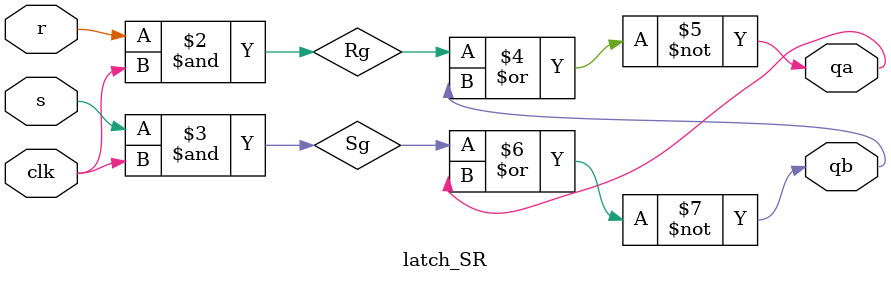
<source format=v>
module latch_SR (clk,r,s,qa,qb);
	input clk,r,s;
	output qa,qb;
	reg Rg,Sg;
	
	always @(clk or r or s) begin
		Rg = (r & clk);
		Sg = (s & clk); 		
	end
	
	assign qa  = ~(Rg | qb);
	assign qb = ~(Sg | qa);
	
endmodule

</source>
